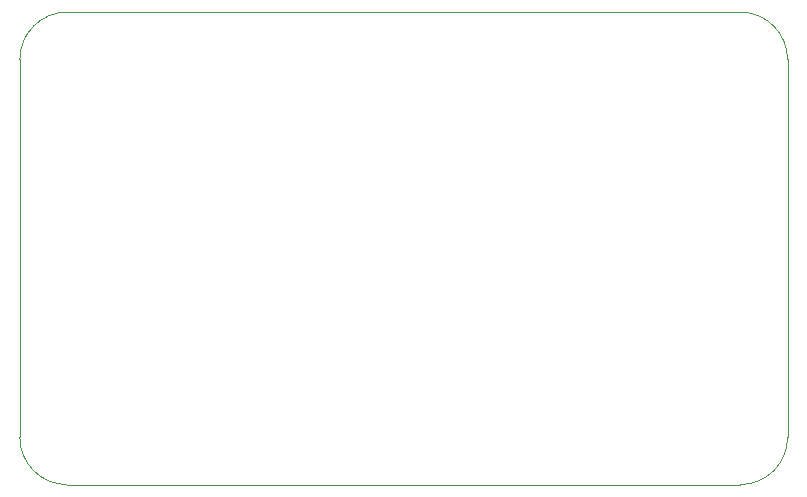
<source format=gbr>
%TF.GenerationSoftware,KiCad,Pcbnew,9.0.6*%
%TF.CreationDate,2026-02-02T20:30:56-05:00*%
%TF.ProjectId,Modular_Load,4d6f6475-6c61-4725-9f4c-6f61642e6b69,rev?*%
%TF.SameCoordinates,Original*%
%TF.FileFunction,Profile,NP*%
%FSLAX46Y46*%
G04 Gerber Fmt 4.6, Leading zero omitted, Abs format (unit mm)*
G04 Created by KiCad (PCBNEW 9.0.6) date 2026-02-02 20:30:56*
%MOMM*%
%LPD*%
G01*
G04 APERTURE LIST*
%TA.AperFunction,Profile*%
%ADD10C,0.100000*%
%TD*%
G04 APERTURE END LIST*
D10*
X156500000Y-93000000D02*
X156500000Y-61000000D01*
X95500000Y-97000000D02*
X152500000Y-97000000D01*
X91500000Y-61000000D02*
X91500000Y-93000000D01*
X152500000Y-57000000D02*
G75*
G02*
X156500000Y-61000000I0J-4000000D01*
G01*
X91500000Y-61000000D02*
G75*
G02*
X95500000Y-57000000I4000000J0D01*
G01*
X95500000Y-57000000D02*
X152500000Y-57000000D01*
X95500000Y-97000000D02*
G75*
G02*
X91500000Y-93000000I0J4000000D01*
G01*
X156500000Y-93000000D02*
G75*
G02*
X152500000Y-97000000I-4000000J0D01*
G01*
M02*

</source>
